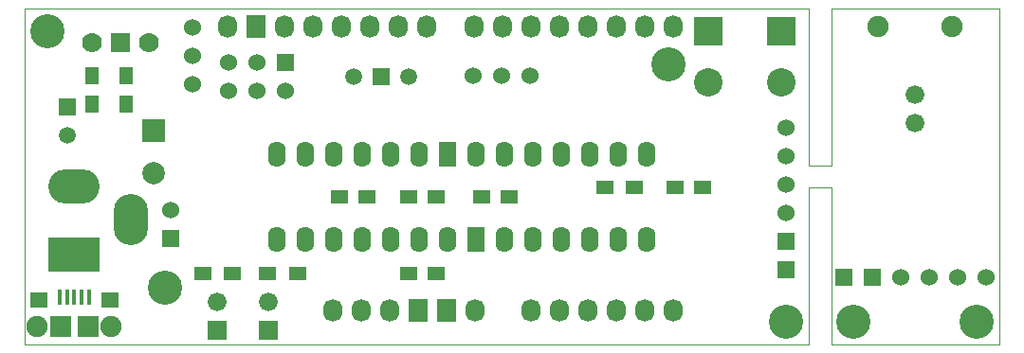
<source format=gbs>
G04 #@! TF.FileFunction,Soldermask,Bot*
%FSLAX46Y46*%
G04 Gerber Fmt 4.6, Leading zero omitted, Abs format (unit mm)*
G04 Created by KiCad (PCBNEW (2014-11-14 BZR 5284)-product) date Mon Dec  1 16:34:15 2014*
%MOMM*%
G01*
G04 APERTURE LIST*
%ADD10C,0.100000*%
%ADD11C,1.778000*%
%ADD12R,1.778000X1.778000*%
%ADD13R,2.540000X2.540000*%
%ADD14C,2.540000*%
%ADD15R,1.500000X1.300000*%
%ADD16C,3.048000*%
%ADD17R,4.572000X3.048000*%
%ADD18O,4.572000X3.048000*%
%ADD19O,3.048000X4.572000*%
%ADD20C,1.524000*%
%ADD21R,1.524000X1.524000*%
%ADD22O,1.727200X2.032000*%
%ADD23R,1.727200X2.032000*%
%ADD24C,1.676400*%
%ADD25R,1.676400X1.676400*%
%ADD26R,1.500000X1.250000*%
%ADD27R,1.250000X1.500000*%
%ADD28O,1.574800X2.286000*%
%ADD29R,1.574800X2.286000*%
%ADD30R,0.406400X1.371600*%
%ADD31R,1.600200X1.422400*%
%ADD32R,1.905000X1.905000*%
%ADD33C,1.905000*%
%ADD34C,1.501140*%
%ADD35R,1.501140X1.501140*%
%ADD36C,1.998980*%
%ADD37R,1.998980X1.998980*%
G04 APERTURE END LIST*
D10*
X102000000Y-46000000D02*
X102000000Y-60000000D01*
X100000000Y-46000000D02*
X102000000Y-46000000D01*
X100000000Y-60000000D02*
X100000000Y-46000000D01*
X102000000Y-44000000D02*
X102000000Y-30000000D01*
X100000000Y-44000000D02*
X102000000Y-44000000D01*
X100000000Y-30000000D02*
X100000000Y-44000000D01*
X117000000Y-60000000D02*
X102000000Y-60000000D01*
X117000000Y-30000000D02*
X117000000Y-60000000D01*
X102000000Y-30000000D02*
X117000000Y-30000000D01*
X30000000Y-60000000D02*
X30000000Y-30000000D01*
X100000000Y-60000000D02*
X30000000Y-60000000D01*
X30000000Y-30000000D02*
X100000000Y-30000000D01*
D11*
X35960000Y-33000000D03*
D12*
X38500000Y-33000000D03*
D11*
X41040000Y-33000000D03*
D13*
X97550000Y-32050000D03*
D14*
X91050000Y-36550000D03*
X97550000Y-36550000D03*
D13*
X91050000Y-32050000D03*
D15*
X54350000Y-53700000D03*
X51650000Y-53700000D03*
X45850000Y-53700000D03*
X48550000Y-53700000D03*
X81750000Y-46000000D03*
X84450000Y-46000000D03*
D16*
X98000000Y-58000000D03*
X42500000Y-55000000D03*
D17*
X34400000Y-52000000D03*
D18*
X34400000Y-45904000D03*
D19*
X39480000Y-48825000D03*
D20*
X48160000Y-37370000D03*
X48160000Y-34830000D03*
X50700000Y-37370000D03*
X50700000Y-34830000D03*
X53240000Y-37370000D03*
D21*
X53240000Y-34830000D03*
D22*
X65890000Y-31600000D03*
X63350000Y-31600000D03*
X60810000Y-31600000D03*
X58270000Y-31600000D03*
X55730000Y-31600000D03*
X53190000Y-31600000D03*
D23*
X50650000Y-31600000D03*
D22*
X48110000Y-31600000D03*
X87890000Y-31600000D03*
X85350000Y-31600000D03*
X82810000Y-31600000D03*
X80270000Y-31600000D03*
X77730000Y-31600000D03*
X75190000Y-31600000D03*
X72650000Y-31600000D03*
X70110000Y-31600000D03*
X75150000Y-57000000D03*
X77690000Y-57000000D03*
X80230000Y-57000000D03*
X82770000Y-57000000D03*
X85310000Y-57000000D03*
X87850000Y-57000000D03*
X57450000Y-57000000D03*
X59990000Y-57000000D03*
X62530000Y-57000000D03*
D23*
X65070000Y-57000000D03*
X67610000Y-57000000D03*
D22*
X70150000Y-57000000D03*
D20*
X45000000Y-31710000D03*
X45000000Y-34250000D03*
X45000000Y-36790000D03*
D24*
X51700000Y-56230000D03*
D25*
X51700000Y-58770000D03*
D24*
X47200000Y-56230000D03*
D25*
X47200000Y-58770000D03*
D26*
X60550000Y-46800000D03*
X58050000Y-46800000D03*
X64250000Y-46800000D03*
X66750000Y-46800000D03*
X88050000Y-46000000D03*
X90550000Y-46000000D03*
X70750000Y-46800000D03*
X73250000Y-46800000D03*
D27*
X39000000Y-38500000D03*
X39000000Y-36000000D03*
X36000000Y-36000000D03*
X36000000Y-38500000D03*
D26*
X64250000Y-53700000D03*
X66750000Y-53700000D03*
D28*
X82970000Y-42990000D03*
X80430000Y-42990000D03*
X77890000Y-42990000D03*
X75350000Y-42990000D03*
X72810000Y-42990000D03*
X70270000Y-42990000D03*
D29*
X67730000Y-42990000D03*
D28*
X65190000Y-42990000D03*
X62650000Y-42990000D03*
X60110000Y-42990000D03*
X57570000Y-42990000D03*
X55030000Y-42990000D03*
X52490000Y-42990000D03*
X85510000Y-42990000D03*
X52490000Y-50610000D03*
X55030000Y-50610000D03*
X57570000Y-50610000D03*
X60110000Y-50610000D03*
X62650000Y-50610000D03*
X65190000Y-50610000D03*
X67730000Y-50610000D03*
D29*
X70270000Y-50610000D03*
D28*
X72810000Y-50610000D03*
X75350000Y-50610000D03*
X77890000Y-50610000D03*
X80430000Y-50610000D03*
X82970000Y-50610000D03*
X85510000Y-50610000D03*
D21*
X98000000Y-53350000D03*
X98000000Y-50810000D03*
D20*
X98000000Y-48270000D03*
X98000000Y-45730000D03*
X98000000Y-43190000D03*
X98000000Y-40650000D03*
D30*
X34400000Y-55800000D03*
X33749760Y-55800000D03*
X33099520Y-55800000D03*
X35050240Y-55800000D03*
X35700480Y-55800000D03*
D31*
X37575000Y-56054000D03*
X31225000Y-56054000D03*
D32*
X35606500Y-58467000D03*
X33193500Y-58467000D03*
D33*
X37702000Y-58467000D03*
X31098000Y-58467000D03*
D34*
X64240940Y-36100000D03*
X59359060Y-36100000D03*
D35*
X61800000Y-36100000D03*
D36*
X41500000Y-44750000D03*
D37*
X41500000Y-40940000D03*
D16*
X32000000Y-32000000D03*
X87500000Y-35000000D03*
D20*
X70060000Y-36000000D03*
X72600000Y-36000000D03*
X75140000Y-36000000D03*
D35*
X33800000Y-38760000D03*
D34*
X33800000Y-41300000D03*
D24*
X109500000Y-37730000D03*
X109500000Y-40270000D03*
D21*
X103150000Y-54000000D03*
X105690000Y-54000000D03*
D20*
X108230000Y-54000000D03*
X110770000Y-54000000D03*
X113310000Y-54000000D03*
X115850000Y-54000000D03*
D33*
X112802000Y-31583000D03*
X106198000Y-31583000D03*
D16*
X115000000Y-58000000D03*
X104000000Y-58000000D03*
D21*
X43000000Y-50520000D03*
D20*
X43000000Y-47980000D03*
M02*

</source>
